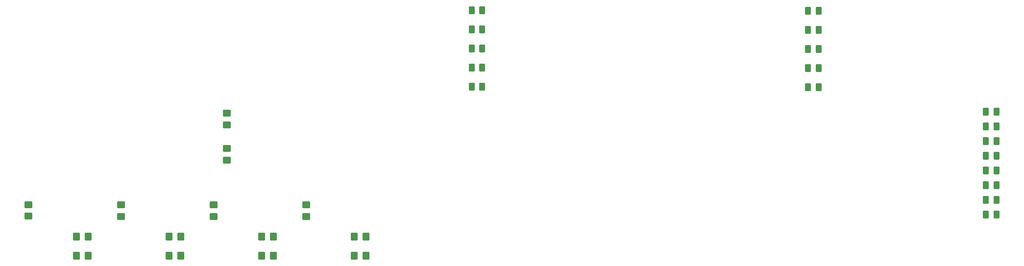
<source format=gtp>
G04 #@! TF.GenerationSoftware,KiCad,Pcbnew,(6.0.1)*
G04 #@! TF.CreationDate,2023-01-17T23:28:05-08:00*
G04 #@! TF.ProjectId,DDRduino2,44445264-7569-46e6-9f32-2e6b69636164,rev?*
G04 #@! TF.SameCoordinates,Original*
G04 #@! TF.FileFunction,Paste,Top*
G04 #@! TF.FilePolarity,Positive*
%FSLAX46Y46*%
G04 Gerber Fmt 4.6, Leading zero omitted, Abs format (unit mm)*
G04 Created by KiCad (PCBNEW (6.0.1)) date 2023-01-17 23:28:05*
%MOMM*%
%LPD*%
G01*
G04 APERTURE LIST*
G04 Aperture macros list*
%AMRoundRect*
0 Rectangle with rounded corners*
0 $1 Rounding radius*
0 $2 $3 $4 $5 $6 $7 $8 $9 X,Y pos of 4 corners*
0 Add a 4 corners polygon primitive as box body*
4,1,4,$2,$3,$4,$5,$6,$7,$8,$9,$2,$3,0*
0 Add four circle primitives for the rounded corners*
1,1,$1+$1,$2,$3*
1,1,$1+$1,$4,$5*
1,1,$1+$1,$6,$7*
1,1,$1+$1,$8,$9*
0 Add four rect primitives between the rounded corners*
20,1,$1+$1,$2,$3,$4,$5,0*
20,1,$1+$1,$4,$5,$6,$7,0*
20,1,$1+$1,$6,$7,$8,$9,0*
20,1,$1+$1,$8,$9,$2,$3,0*%
G04 Aperture macros list end*
%ADD10RoundRect,0.250000X0.450000X-0.350000X0.450000X0.350000X-0.450000X0.350000X-0.450000X-0.350000X0*%
%ADD11RoundRect,0.250000X0.262500X0.450000X-0.262500X0.450000X-0.262500X-0.450000X0.262500X-0.450000X0*%
%ADD12RoundRect,0.250000X-0.350000X-0.450000X0.350000X-0.450000X0.350000X0.450000X-0.350000X0.450000X0*%
%ADD13RoundRect,0.250000X-0.450000X0.350000X-0.450000X-0.350000X0.450000X-0.350000X0.450000X0.350000X0*%
G04 APERTURE END LIST*
D10*
X53700000Y-162997480D03*
X53700000Y-160997480D03*
D11*
X132140000Y-133992000D03*
X130315000Y-133992000D03*
X132140000Y-137294000D03*
X130315000Y-137294000D03*
X190225480Y-140686480D03*
X188400480Y-140686480D03*
X190225480Y-134082480D03*
X188400480Y-134082480D03*
X190225480Y-137384480D03*
X188400480Y-137384480D03*
X132140000Y-140596000D03*
X130315000Y-140596000D03*
D12*
X94000000Y-169797480D03*
X96000000Y-169797480D03*
D11*
X220971980Y-160132480D03*
X219146980Y-160132480D03*
D12*
X78000000Y-169797480D03*
X80000000Y-169797480D03*
X110000000Y-166497480D03*
X112000000Y-166497480D03*
D10*
X101700000Y-163000000D03*
X101700000Y-161000000D03*
D12*
X94000000Y-166497480D03*
X96000000Y-166497480D03*
D11*
X220971980Y-144892480D03*
X219146980Y-144892480D03*
X132140000Y-127388000D03*
X130315000Y-127388000D03*
X220989980Y-147432480D03*
X219164980Y-147432480D03*
D10*
X69700000Y-163000000D03*
X69700000Y-161000000D03*
D11*
X190225480Y-127478480D03*
X188400480Y-127478480D03*
X220971980Y-162672480D03*
X219146980Y-162672480D03*
X220971980Y-152512480D03*
X219146980Y-152512480D03*
D10*
X85700000Y-163000000D03*
X85700000Y-161000000D03*
D11*
X220971980Y-155052480D03*
X219146980Y-155052480D03*
D12*
X110000000Y-169797480D03*
X112000000Y-169797480D03*
D13*
X88000000Y-145200000D03*
X88000000Y-147200000D03*
D12*
X62000000Y-169797480D03*
X64000000Y-169797480D03*
D10*
X88000000Y-153300000D03*
X88000000Y-151300000D03*
D11*
X220971980Y-149972480D03*
X219146980Y-149972480D03*
X220971980Y-157592480D03*
X219146980Y-157592480D03*
X132140000Y-130690000D03*
X130315000Y-130690000D03*
X190225480Y-130780480D03*
X188400480Y-130780480D03*
D12*
X78000000Y-166497480D03*
X80000000Y-166497480D03*
X62000000Y-166497480D03*
X64000000Y-166497480D03*
M02*

</source>
